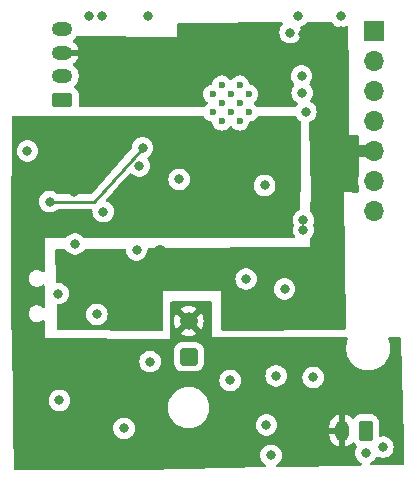
<source format=gbr>
%TF.GenerationSoftware,KiCad,Pcbnew,8.0.2-8.0.2-0~ubuntu22.04.1*%
%TF.CreationDate,2024-05-08T22:35:07+02:00*%
%TF.ProjectId,MailBox_LP_Notifier,4d61696c-426f-4785-9f4c-505f4e6f7469,rev?*%
%TF.SameCoordinates,Original*%
%TF.FileFunction,Copper,L3,Inr*%
%TF.FilePolarity,Positive*%
%FSLAX46Y46*%
G04 Gerber Fmt 4.6, Leading zero omitted, Abs format (unit mm)*
G04 Created by KiCad (PCBNEW 8.0.2-8.0.2-0~ubuntu22.04.1) date 2024-05-08 22:35:07*
%MOMM*%
%LPD*%
G01*
G04 APERTURE LIST*
G04 Aperture macros list*
%AMRoundRect*
0 Rectangle with rounded corners*
0 $1 Rounding radius*
0 $2 $3 $4 $5 $6 $7 $8 $9 X,Y pos of 4 corners*
0 Add a 4 corners polygon primitive as box body*
4,1,4,$2,$3,$4,$5,$6,$7,$8,$9,$2,$3,0*
0 Add four circle primitives for the rounded corners*
1,1,$1+$1,$2,$3*
1,1,$1+$1,$4,$5*
1,1,$1+$1,$6,$7*
1,1,$1+$1,$8,$9*
0 Add four rect primitives between the rounded corners*
20,1,$1+$1,$2,$3,$4,$5,0*
20,1,$1+$1,$4,$5,$6,$7,0*
20,1,$1+$1,$6,$7,$8,$9,0*
20,1,$1+$1,$8,$9,$2,$3,0*%
G04 Aperture macros list end*
%TA.AperFunction,ComponentPad*%
%ADD10RoundRect,0.250001X0.499999X0.499999X-0.499999X0.499999X-0.499999X-0.499999X0.499999X-0.499999X0*%
%TD*%
%TA.AperFunction,ComponentPad*%
%ADD11C,1.500000*%
%TD*%
%TA.AperFunction,ComponentPad*%
%ADD12R,1.700000X1.700000*%
%TD*%
%TA.AperFunction,ComponentPad*%
%ADD13O,1.700000X1.700000*%
%TD*%
%TA.AperFunction,ComponentPad*%
%ADD14RoundRect,0.250000X0.625000X-0.350000X0.625000X0.350000X-0.625000X0.350000X-0.625000X-0.350000X0*%
%TD*%
%TA.AperFunction,ComponentPad*%
%ADD15O,1.750000X1.200000*%
%TD*%
%TA.AperFunction,HeatsinkPad*%
%ADD16C,0.600000*%
%TD*%
%TA.AperFunction,ComponentPad*%
%ADD17RoundRect,0.250000X0.350000X0.625000X-0.350000X0.625000X-0.350000X-0.625000X0.350000X-0.625000X0*%
%TD*%
%TA.AperFunction,ComponentPad*%
%ADD18O,1.200000X1.750000*%
%TD*%
%TA.AperFunction,ViaPad*%
%ADD19C,0.800000*%
%TD*%
%TA.AperFunction,Conductor*%
%ADD20C,1.000000*%
%TD*%
%TA.AperFunction,Conductor*%
%ADD21C,0.250000*%
%TD*%
G04 APERTURE END LIST*
D10*
%TO.N,Net-(D1-A)*%
%TO.C,SW1*%
X132765800Y-91871800D03*
D11*
%TO.N,VDD*%
X132765800Y-88871800D03*
%TD*%
D12*
%TO.N,DRT*%
%TO.C,J2*%
X148437200Y-64332800D03*
D13*
%TO.N,RTS*%
X148437200Y-66872800D03*
%TO.N,TX*%
X148437200Y-69412800D03*
%TO.N,RX*%
X148437200Y-71952800D03*
%TO.N,+3.3V*%
X148437200Y-74492800D03*
%TO.N,unconnected-(J2-Pin_6-Pad6)*%
X148437200Y-77032800D03*
%TO.N,GND*%
X148437200Y-79572800D03*
%TD*%
D14*
%TO.N,SCL*%
%TO.C,J3*%
X122058600Y-70132200D03*
D15*
%TO.N,SDA*%
X122058600Y-68132200D03*
%TO.N,+3.3V*%
X122058600Y-66132200D03*
%TO.N,GND*%
X122058600Y-64132200D03*
%TD*%
D16*
%TO.N,GND*%
%TO.C,U3*%
X137841000Y-71167900D03*
X137841000Y-69642900D03*
X137078500Y-71930400D03*
X137078500Y-70405400D03*
X137078500Y-68880400D03*
X136316000Y-71167900D03*
X136316000Y-69642900D03*
X135553500Y-71930400D03*
X135553500Y-70405400D03*
X135553500Y-68880400D03*
X134791000Y-71167900D03*
X134791000Y-69642900D03*
%TD*%
D17*
%TO.N,GND*%
%TO.C,J1*%
X147761200Y-98129000D03*
D18*
%TO.N,VDD*%
X145761200Y-98129000D03*
%TD*%
D19*
%TO.N,GND*%
X142468600Y-81153000D03*
X129336800Y-63068200D03*
X129489200Y-92303600D03*
X121818400Y-95580200D03*
X123126500Y-82334100D03*
X149199600Y-99542600D03*
X142468600Y-80314800D03*
X124333000Y-63060400D03*
X124981000Y-88302800D03*
X139340102Y-97667300D03*
X139725400Y-100228400D03*
X142050000Y-63000000D03*
X143306800Y-93624400D03*
X140880600Y-86144600D03*
X145643600Y-63068200D03*
X136271000Y-93878400D03*
X119100600Y-74472800D03*
X125433000Y-63060400D03*
X147751800Y-100025200D03*
X140156600Y-93498000D03*
%TO.N,VDD*%
X141325600Y-98221800D03*
X140081000Y-78917800D03*
X133908800Y-78917800D03*
X144373600Y-99542600D03*
X119075200Y-79502000D03*
X145770600Y-99999800D03*
X123012200Y-77901800D03*
X131089400Y-72288400D03*
%TO.N,V_SENSE*%
X142671800Y-71120000D03*
%TO.N,+3.3V*%
X124942600Y-84480400D03*
X122819600Y-88991000D03*
X142461490Y-64524985D03*
X145618200Y-64312800D03*
X130288800Y-82969600D03*
%TO.N,~{INT}*%
X120993200Y-78752400D03*
X128854200Y-74193400D03*
%TO.N,MCU_HOLD*%
X128574800Y-75742800D03*
%TO.N,TX*%
X142319988Y-68119012D03*
%TO.N,RX*%
X142367000Y-69545200D03*
%TO.N,IO0*%
X125526800Y-79603600D03*
%TO.N,RST*%
X141351000Y-64439800D03*
X128346200Y-82829400D03*
%TO.N,VCC_SW*%
X121691400Y-86537800D03*
X139192000Y-77368400D03*
%TO.N,C_REED*%
X127279400Y-97942400D03*
%TO.N,WU_BUT*%
X131955079Y-76858487D03*
%TO.N,Net-(Q2-G)*%
X137617878Y-85298033D03*
%TD*%
D20*
%TO.N,+3.3V*%
X146557200Y-74492800D02*
X144600000Y-76450000D01*
X130819200Y-83500000D02*
X130288800Y-82969600D01*
X144600000Y-82550000D02*
X143650000Y-83500000D01*
X143650000Y-83500000D02*
X130819200Y-83500000D01*
X148437200Y-74492800D02*
X146557200Y-74492800D01*
X144600000Y-76450000D02*
X144600000Y-82550000D01*
D21*
%TO.N,~{INT}*%
X124777800Y-78752400D02*
X120993200Y-78752400D01*
X128854200Y-74193400D02*
X124777800Y-78752400D01*
%TD*%
%TA.AperFunction,Conductor*%
%TO.N,+3.3V*%
G36*
X144871788Y-63574868D02*
G01*
X144899417Y-63600888D01*
X144900141Y-63600237D01*
X145032344Y-63747064D01*
X145071300Y-63775367D01*
X145186848Y-63859318D01*
X145361312Y-63936994D01*
X145548113Y-63976700D01*
X145739087Y-63976700D01*
X145925888Y-63936994D01*
X145925888Y-63936993D01*
X145925892Y-63936993D01*
X146017528Y-63896193D01*
X146100352Y-63859318D01*
X146100354Y-63859316D01*
X146103816Y-63857775D01*
X146174182Y-63848340D01*
X146238480Y-63878446D01*
X146276293Y-63938535D01*
X146281063Y-63972144D01*
X146303999Y-67894074D01*
X146303999Y-67894200D01*
X146304000Y-67894200D01*
X146329400Y-73126600D01*
X147020104Y-73105220D01*
X147088809Y-73123105D01*
X147136939Y-73175297D01*
X147150000Y-73231160D01*
X147150000Y-74028237D01*
X147146144Y-74059168D01*
X147100655Y-74238799D01*
X147100656Y-74238800D01*
X147150000Y-74238800D01*
X147150000Y-74746800D01*
X147100656Y-74746800D01*
X147146145Y-74926434D01*
X147150000Y-74957365D01*
X147150000Y-76566202D01*
X147146144Y-76597133D01*
X147092637Y-76808424D01*
X147092636Y-76808430D01*
X147092636Y-76808432D01*
X147074044Y-77032800D01*
X147090388Y-77230043D01*
X147092637Y-77257175D01*
X147146144Y-77468468D01*
X147150000Y-77499399D01*
X147150000Y-77871960D01*
X147129998Y-77940081D01*
X147076342Y-77986574D01*
X147018678Y-77997848D01*
X146256619Y-77965630D01*
X145948400Y-77952600D01*
X145948399Y-77952600D01*
X146048900Y-89459922D01*
X146029494Y-89528214D01*
X145976246Y-89575174D01*
X145924122Y-89587016D01*
X135660656Y-89686180D01*
X135592346Y-89666837D01*
X135545336Y-89613633D01*
X135533443Y-89561140D01*
X135533097Y-89515486D01*
X135509000Y-86334600D01*
X130606800Y-86334600D01*
X130606800Y-89560684D01*
X130586798Y-89628805D01*
X130533142Y-89675298D01*
X130480086Y-89686682D01*
X121761778Y-89637286D01*
X121693772Y-89616898D01*
X121647584Y-89562980D01*
X121636563Y-89515490D01*
X121596139Y-88302800D01*
X124067496Y-88302800D01*
X124087457Y-88492727D01*
X124113479Y-88572811D01*
X124146473Y-88674356D01*
X124146476Y-88674361D01*
X124241958Y-88839741D01*
X124241965Y-88839751D01*
X124369744Y-88981664D01*
X124369747Y-88981666D01*
X124524248Y-89093918D01*
X124698712Y-89171594D01*
X124885513Y-89211300D01*
X125076487Y-89211300D01*
X125263288Y-89171594D01*
X125437752Y-89093918D01*
X125592253Y-88981666D01*
X125628419Y-88941500D01*
X125720034Y-88839751D01*
X125720035Y-88839749D01*
X125720040Y-88839744D01*
X125815527Y-88674356D01*
X125874542Y-88492728D01*
X125894504Y-88302800D01*
X125874542Y-88112872D01*
X125815527Y-87931244D01*
X125720040Y-87765856D01*
X125720038Y-87765854D01*
X125720034Y-87765848D01*
X125592255Y-87623935D01*
X125437752Y-87511682D01*
X125263288Y-87434006D01*
X125076487Y-87394300D01*
X124885513Y-87394300D01*
X124698711Y-87434006D01*
X124524247Y-87511682D01*
X124369744Y-87623935D01*
X124241965Y-87765848D01*
X124241958Y-87765858D01*
X124146476Y-87931238D01*
X124146473Y-87931245D01*
X124087457Y-88112872D01*
X124067496Y-88302800D01*
X121596139Y-88302800D01*
X121571929Y-87576494D01*
X121589650Y-87507748D01*
X121641727Y-87459494D01*
X121697859Y-87446300D01*
X121786887Y-87446300D01*
X121973688Y-87406594D01*
X122148152Y-87328918D01*
X122302653Y-87216666D01*
X122430440Y-87074744D01*
X122525927Y-86909356D01*
X122584942Y-86727728D01*
X122604904Y-86537800D01*
X122584942Y-86347872D01*
X122525927Y-86166244D01*
X122430440Y-86000856D01*
X122430438Y-86000854D01*
X122430434Y-86000848D01*
X122302655Y-85858935D01*
X122148152Y-85746682D01*
X121973688Y-85669006D01*
X121786887Y-85629300D01*
X121628893Y-85629300D01*
X121560772Y-85609298D01*
X121514279Y-85555642D01*
X121502963Y-85507498D01*
X121495981Y-85298033D01*
X136704374Y-85298033D01*
X136724335Y-85487960D01*
X136746327Y-85555642D01*
X136783351Y-85669589D01*
X136783354Y-85669594D01*
X136878836Y-85834974D01*
X136878843Y-85834984D01*
X137006622Y-85976897D01*
X137067877Y-86021401D01*
X137161126Y-86089151D01*
X137335590Y-86166827D01*
X137522391Y-86206533D01*
X137713365Y-86206533D01*
X137900166Y-86166827D01*
X137950089Y-86144600D01*
X139967096Y-86144600D01*
X139987057Y-86334527D01*
X140017126Y-86427070D01*
X140046073Y-86516156D01*
X140046076Y-86516161D01*
X140141558Y-86681541D01*
X140141565Y-86681551D01*
X140269344Y-86823464D01*
X140269347Y-86823466D01*
X140423848Y-86935718D01*
X140598312Y-87013394D01*
X140785113Y-87053100D01*
X140976087Y-87053100D01*
X141162888Y-87013394D01*
X141337352Y-86935718D01*
X141491853Y-86823466D01*
X141619640Y-86681544D01*
X141715127Y-86516156D01*
X141774142Y-86334528D01*
X141794104Y-86144600D01*
X141774142Y-85954672D01*
X141715127Y-85773044D01*
X141619640Y-85607656D01*
X141619638Y-85607654D01*
X141619634Y-85607648D01*
X141491855Y-85465735D01*
X141337352Y-85353482D01*
X141162888Y-85275806D01*
X140976087Y-85236100D01*
X140785113Y-85236100D01*
X140598311Y-85275806D01*
X140423847Y-85353482D01*
X140269344Y-85465735D01*
X140141565Y-85607648D01*
X140141558Y-85607658D01*
X140046076Y-85773038D01*
X140046073Y-85773045D01*
X139987057Y-85954672D01*
X139967096Y-86144600D01*
X137950089Y-86144600D01*
X138074630Y-86089151D01*
X138229131Y-85976899D01*
X138249144Y-85954672D01*
X138356912Y-85834984D01*
X138356913Y-85834982D01*
X138356918Y-85834977D01*
X138452405Y-85669589D01*
X138511420Y-85487961D01*
X138531382Y-85298033D01*
X138511420Y-85108105D01*
X138452405Y-84926477D01*
X138356918Y-84761089D01*
X138356916Y-84761087D01*
X138356912Y-84761081D01*
X138229133Y-84619168D01*
X138074630Y-84506915D01*
X137900166Y-84429239D01*
X137713365Y-84389533D01*
X137522391Y-84389533D01*
X137335589Y-84429239D01*
X137161125Y-84506915D01*
X137006622Y-84619168D01*
X136878843Y-84761081D01*
X136878836Y-84761091D01*
X136783354Y-84926471D01*
X136783351Y-84926478D01*
X136724335Y-85108105D01*
X136704374Y-85298033D01*
X121495981Y-85298033D01*
X121495240Y-85275806D01*
X121416280Y-82907011D01*
X121434001Y-82838263D01*
X121486078Y-82790009D01*
X121540467Y-82776828D01*
X122252900Y-82767001D01*
X122321289Y-82786062D01*
X122363755Y-82829987D01*
X122387458Y-82871041D01*
X122387465Y-82871051D01*
X122515244Y-83012964D01*
X122576499Y-83057468D01*
X122669748Y-83125218D01*
X122844212Y-83202894D01*
X123031013Y-83242600D01*
X123221987Y-83242600D01*
X123408788Y-83202894D01*
X123583252Y-83125218D01*
X123737753Y-83012966D01*
X123737755Y-83012964D01*
X123865536Y-82871049D01*
X123865537Y-82871047D01*
X123865540Y-82871044D01*
X123903242Y-82805741D01*
X123954621Y-82756752D01*
X124010616Y-82742757D01*
X125094361Y-82727808D01*
X125095622Y-82727799D01*
X127308081Y-82724790D01*
X127376227Y-82744700D01*
X127422792Y-82798292D01*
X127433560Y-82837620D01*
X127452657Y-83019327D01*
X127482726Y-83111870D01*
X127511673Y-83200956D01*
X127511676Y-83200961D01*
X127607158Y-83366341D01*
X127607165Y-83366351D01*
X127734944Y-83508264D01*
X127734947Y-83508266D01*
X127889448Y-83620518D01*
X128063912Y-83698194D01*
X128250713Y-83737900D01*
X128441687Y-83737900D01*
X128628488Y-83698194D01*
X128802952Y-83620518D01*
X128957453Y-83508266D01*
X129085240Y-83366344D01*
X129180727Y-83200956D01*
X129239742Y-83019328D01*
X129259704Y-82829400D01*
X129259703Y-82829396D01*
X129260209Y-82824589D01*
X129287222Y-82758932D01*
X129345443Y-82718302D01*
X129384450Y-82711764D01*
X143003895Y-82596929D01*
X143018440Y-81937922D01*
X143039939Y-81870264D01*
X143070345Y-81838773D01*
X143079853Y-81831866D01*
X143079858Y-81831860D01*
X143079860Y-81831859D01*
X143207634Y-81689951D01*
X143207635Y-81689949D01*
X143207640Y-81689944D01*
X143303127Y-81524556D01*
X143362142Y-81342928D01*
X143382104Y-81153000D01*
X143362142Y-80963072D01*
X143303127Y-80781444D01*
X143303125Y-80781442D01*
X143301086Y-80775164D01*
X143303338Y-80774432D01*
X143295342Y-80714780D01*
X143301777Y-80692860D01*
X143301086Y-80692636D01*
X143339080Y-80575706D01*
X143362142Y-80504728D01*
X143382104Y-80314800D01*
X143362142Y-80124872D01*
X143303127Y-79943244D01*
X143207640Y-79777856D01*
X143102937Y-79661571D01*
X143072220Y-79597563D01*
X143070605Y-79574481D01*
X143103600Y-78079600D01*
X142958084Y-72071903D01*
X142976431Y-72003322D01*
X143028945Y-71955543D01*
X143032760Y-71953766D01*
X143128552Y-71911118D01*
X143283053Y-71798866D01*
X143346472Y-71728432D01*
X143410834Y-71656951D01*
X143410835Y-71656949D01*
X143410840Y-71656944D01*
X143506327Y-71491556D01*
X143565342Y-71309928D01*
X143585304Y-71120000D01*
X143565342Y-70930072D01*
X143506327Y-70748444D01*
X143410840Y-70583056D01*
X143410837Y-70583053D01*
X143410834Y-70583048D01*
X143283055Y-70441135D01*
X143212014Y-70389521D01*
X143128552Y-70328882D01*
X143128550Y-70328881D01*
X143128549Y-70328880D01*
X143112323Y-70321656D01*
X143058228Y-70275676D01*
X143037579Y-70207749D01*
X143056932Y-70139441D01*
X143069931Y-70122246D01*
X143106040Y-70082144D01*
X143201527Y-69916756D01*
X143260542Y-69735128D01*
X143280504Y-69545200D01*
X143260542Y-69355272D01*
X143201527Y-69173644D01*
X143106040Y-69008256D01*
X143106038Y-69008254D01*
X143106034Y-69008248D01*
X142999841Y-68890309D01*
X142969123Y-68826302D01*
X142977888Y-68755848D01*
X142999837Y-68721693D01*
X143059028Y-68655956D01*
X143154515Y-68490568D01*
X143213530Y-68308940D01*
X143233492Y-68119012D01*
X143213530Y-67929084D01*
X143154515Y-67747456D01*
X143059028Y-67582068D01*
X143059026Y-67582066D01*
X143059022Y-67582060D01*
X142931243Y-67440147D01*
X142776740Y-67327894D01*
X142602276Y-67250218D01*
X142415475Y-67210512D01*
X142224501Y-67210512D01*
X142037699Y-67250218D01*
X141863235Y-67327894D01*
X141708732Y-67440147D01*
X141580953Y-67582060D01*
X141580946Y-67582070D01*
X141485464Y-67747450D01*
X141485461Y-67747457D01*
X141426445Y-67929084D01*
X141406484Y-68119012D01*
X141426445Y-68308939D01*
X141453361Y-68391774D01*
X141485461Y-68490568D01*
X141485464Y-68490573D01*
X141580946Y-68655953D01*
X141580953Y-68655963D01*
X141687146Y-68773902D01*
X141717864Y-68837909D01*
X141709099Y-68908363D01*
X141687147Y-68942522D01*
X141627961Y-69008254D01*
X141627958Y-69008258D01*
X141532476Y-69173638D01*
X141532473Y-69173645D01*
X141473457Y-69355272D01*
X141453496Y-69545200D01*
X141473457Y-69735127D01*
X141502317Y-69823947D01*
X141532473Y-69916756D01*
X141532476Y-69916761D01*
X141627958Y-70082141D01*
X141627965Y-70082151D01*
X141755744Y-70224064D01*
X141755747Y-70224066D01*
X141910248Y-70336318D01*
X141910251Y-70336319D01*
X141910252Y-70336320D01*
X141926473Y-70343542D01*
X141980570Y-70389521D01*
X142001220Y-70457448D01*
X141981869Y-70525756D01*
X141968863Y-70542959D01*
X141932762Y-70583053D01*
X141932758Y-70583058D01*
X141884585Y-70666494D01*
X141833201Y-70715486D01*
X141773741Y-70729480D01*
X140614405Y-70713600D01*
X140614401Y-70713600D01*
X140614400Y-70713600D01*
X140568979Y-70713774D01*
X138585413Y-70721383D01*
X138517216Y-70701642D01*
X138481761Y-70665960D01*
X138481523Y-70666151D01*
X138479785Y-70663972D01*
X138478243Y-70662420D01*
X138477111Y-70660618D01*
X138348281Y-70531788D01*
X138348279Y-70531787D01*
X138316927Y-70512087D01*
X138269889Y-70458909D01*
X138259069Y-70388741D01*
X138287902Y-70323863D01*
X138316927Y-70298713D01*
X138348279Y-70279012D01*
X138348281Y-70279011D01*
X138477111Y-70150181D01*
X138477112Y-70150179D01*
X138519862Y-70082144D01*
X138574043Y-69995915D01*
X138634217Y-69823947D01*
X138654616Y-69642900D01*
X138634217Y-69461853D01*
X138574043Y-69289885D01*
X138574041Y-69289882D01*
X138574041Y-69289881D01*
X138477112Y-69135620D01*
X138477111Y-69135618D01*
X138348281Y-69006788D01*
X138348279Y-69006787D01*
X138194018Y-68909858D01*
X138194015Y-68909857D01*
X138022049Y-68849683D01*
X138022043Y-68849682D01*
X137986786Y-68845709D01*
X137921334Y-68818204D01*
X137881142Y-68759679D01*
X137875689Y-68734608D01*
X137871718Y-68699360D01*
X137871717Y-68699357D01*
X137871717Y-68699353D01*
X137811543Y-68527385D01*
X137811541Y-68527382D01*
X137811541Y-68527381D01*
X137714612Y-68373120D01*
X137714611Y-68373118D01*
X137585781Y-68244288D01*
X137585779Y-68244287D01*
X137431518Y-68147358D01*
X137431515Y-68147357D01*
X137259550Y-68087184D01*
X137259549Y-68087183D01*
X137259547Y-68087183D01*
X137078500Y-68066784D01*
X136897453Y-68087183D01*
X136897450Y-68087183D01*
X136897449Y-68087184D01*
X136725484Y-68147357D01*
X136725481Y-68147358D01*
X136571220Y-68244287D01*
X136571218Y-68244288D01*
X136442389Y-68373117D01*
X136422687Y-68404473D01*
X136369507Y-68451510D01*
X136299340Y-68462330D01*
X136234462Y-68433496D01*
X136209313Y-68404473D01*
X136189610Y-68373117D01*
X136060781Y-68244288D01*
X136060779Y-68244287D01*
X135906518Y-68147358D01*
X135906515Y-68147357D01*
X135734550Y-68087184D01*
X135734549Y-68087183D01*
X135734547Y-68087183D01*
X135553500Y-68066784D01*
X135372453Y-68087183D01*
X135372450Y-68087183D01*
X135372449Y-68087184D01*
X135200484Y-68147357D01*
X135200481Y-68147358D01*
X135046220Y-68244287D01*
X135046218Y-68244288D01*
X134917388Y-68373118D01*
X134917387Y-68373120D01*
X134820458Y-68527381D01*
X134820457Y-68527384D01*
X134760283Y-68699350D01*
X134760282Y-68699357D01*
X134756309Y-68734613D01*
X134728804Y-68800065D01*
X134670279Y-68840257D01*
X134645213Y-68845709D01*
X134609957Y-68849682D01*
X134609950Y-68849683D01*
X134437984Y-68909857D01*
X134437981Y-68909858D01*
X134283720Y-69006787D01*
X134283718Y-69006788D01*
X134154888Y-69135618D01*
X134154887Y-69135620D01*
X134057958Y-69289881D01*
X134057957Y-69289884D01*
X133998620Y-69459462D01*
X133997783Y-69461853D01*
X133977384Y-69642900D01*
X133997783Y-69823947D01*
X133997783Y-69823949D01*
X133997784Y-69823950D01*
X134057957Y-69995915D01*
X134057958Y-69995918D01*
X134154887Y-70150179D01*
X134154888Y-70150181D01*
X134283717Y-70279010D01*
X134315073Y-70298713D01*
X134362110Y-70351893D01*
X134372930Y-70422060D01*
X134344096Y-70486938D01*
X134315073Y-70512087D01*
X134283717Y-70531789D01*
X134154892Y-70660614D01*
X134154887Y-70660620D01*
X134142788Y-70679875D01*
X134089607Y-70726910D01*
X134036587Y-70738833D01*
X123556948Y-70779036D01*
X123488751Y-70759295D01*
X123442053Y-70705819D01*
X123431118Y-70640229D01*
X123431485Y-70636629D01*
X123431487Y-70636626D01*
X123442100Y-70532745D01*
X123442099Y-69731656D01*
X123431487Y-69627774D01*
X123375715Y-69459462D01*
X123282630Y-69308548D01*
X123282629Y-69308547D01*
X123282624Y-69308541D01*
X123157258Y-69183175D01*
X123157252Y-69183170D01*
X123103018Y-69149718D01*
X123055542Y-69096934D01*
X123044139Y-69026860D01*
X123072431Y-68961744D01*
X123080061Y-68953394D01*
X123179117Y-68854339D01*
X123281674Y-68713181D01*
X123360888Y-68557716D01*
X123414805Y-68391774D01*
X123442100Y-68219441D01*
X123442100Y-68044959D01*
X123414805Y-67872626D01*
X123360888Y-67706684D01*
X123281674Y-67551219D01*
X123179117Y-67410061D01*
X123179114Y-67410058D01*
X123179112Y-67410055D01*
X123055741Y-67286684D01*
X122982988Y-67233826D01*
X122939634Y-67177603D01*
X122933559Y-67106867D01*
X122966691Y-67044075D01*
X122982989Y-67029953D01*
X123055418Y-66977330D01*
X123178730Y-66854018D01*
X123178732Y-66854015D01*
X123281243Y-66712921D01*
X123360422Y-66557525D01*
X123360425Y-66557519D01*
X123414314Y-66391665D01*
X123415180Y-66386200D01*
X122334930Y-66386200D01*
X122358675Y-66362455D01*
X122408044Y-66276945D01*
X122433600Y-66181570D01*
X122433600Y-66082830D01*
X122408044Y-65987455D01*
X122358675Y-65901945D01*
X122334930Y-65878200D01*
X123415180Y-65878200D01*
X123414314Y-65872734D01*
X123360425Y-65706880D01*
X123360422Y-65706874D01*
X123281243Y-65551478D01*
X123178732Y-65410384D01*
X123178730Y-65410381D01*
X123055415Y-65287066D01*
X122982988Y-65234445D01*
X122939634Y-65178222D01*
X122933559Y-65107486D01*
X122966691Y-65044695D01*
X122982984Y-65030576D01*
X123055739Y-64977717D01*
X123179117Y-64854339D01*
X123240858Y-64769359D01*
X123297078Y-64726007D01*
X123343853Y-64717426D01*
X131716866Y-64788194D01*
X131793091Y-64788839D01*
X131793091Y-64788838D01*
X131793092Y-64788839D01*
X131799811Y-63726317D01*
X131820243Y-63658325D01*
X131874191Y-63612173D01*
X131925317Y-63601116D01*
X135517628Y-63587192D01*
X138353662Y-63576201D01*
X139136326Y-63571453D01*
X139136326Y-63571465D01*
X139136698Y-63571451D01*
X140630883Y-63567131D01*
X140699061Y-63586936D01*
X140745709Y-63640457D01*
X140756016Y-63710701D01*
X140726710Y-63775367D01*
X140724884Y-63777440D01*
X140611961Y-63902854D01*
X140611958Y-63902858D01*
X140516476Y-64068238D01*
X140516473Y-64068245D01*
X140457457Y-64249872D01*
X140437496Y-64439800D01*
X140457457Y-64629727D01*
X140478637Y-64694910D01*
X140516473Y-64811356D01*
X140516476Y-64811361D01*
X140611958Y-64976741D01*
X140611965Y-64976751D01*
X140739744Y-65118664D01*
X140739747Y-65118666D01*
X140894248Y-65230918D01*
X141068712Y-65308594D01*
X141255513Y-65348300D01*
X141446487Y-65348300D01*
X141633288Y-65308594D01*
X141807752Y-65230918D01*
X141962253Y-65118666D01*
X141990950Y-65086795D01*
X142090034Y-64976751D01*
X142090035Y-64976749D01*
X142090040Y-64976744D01*
X142185527Y-64811356D01*
X142244542Y-64629728D01*
X142264504Y-64439800D01*
X142244542Y-64249872D01*
X142185527Y-64068244D01*
X142185520Y-64068233D01*
X142182840Y-64062210D01*
X142184043Y-64061674D01*
X142168976Y-63999581D01*
X142192194Y-63932488D01*
X142247999Y-63888598D01*
X142268634Y-63882323D01*
X142332288Y-63868794D01*
X142506752Y-63791118D01*
X142661253Y-63678866D01*
X142730032Y-63602478D01*
X142790476Y-63565240D01*
X142823298Y-63560791D01*
X144803613Y-63555065D01*
X144871788Y-63574868D01*
G37*
%TD.AperFunction*%
%TD*%
%TA.AperFunction,Conductor*%
%TO.N,VDD*%
G36*
X133976625Y-71501979D02*
G01*
X134044711Y-71522090D01*
X134083107Y-71560943D01*
X134154887Y-71675179D01*
X134154888Y-71675181D01*
X134283718Y-71804011D01*
X134283720Y-71804012D01*
X134437981Y-71900941D01*
X134437982Y-71900941D01*
X134437985Y-71900943D01*
X134609953Y-71961117D01*
X134609958Y-71961117D01*
X134609960Y-71961118D01*
X134645208Y-71965089D01*
X134710661Y-71992592D01*
X134750855Y-72051115D01*
X134756309Y-72076186D01*
X134760282Y-72111443D01*
X134760283Y-72111449D01*
X134820457Y-72283415D01*
X134820458Y-72283418D01*
X134917387Y-72437679D01*
X134917388Y-72437681D01*
X135046218Y-72566511D01*
X135046220Y-72566512D01*
X135200481Y-72663441D01*
X135200482Y-72663441D01*
X135200485Y-72663443D01*
X135372453Y-72723617D01*
X135553500Y-72744016D01*
X135734547Y-72723617D01*
X135906515Y-72663443D01*
X136060781Y-72566511D01*
X136189611Y-72437681D01*
X136193888Y-72430872D01*
X136209313Y-72406327D01*
X136262491Y-72359289D01*
X136332659Y-72348469D01*
X136397537Y-72377302D01*
X136422687Y-72406327D01*
X136442387Y-72437679D01*
X136442388Y-72437681D01*
X136571218Y-72566511D01*
X136571220Y-72566512D01*
X136725481Y-72663441D01*
X136725482Y-72663441D01*
X136725485Y-72663443D01*
X136897453Y-72723617D01*
X137078500Y-72744016D01*
X137259547Y-72723617D01*
X137431515Y-72663443D01*
X137585781Y-72566511D01*
X137714611Y-72437681D01*
X137811543Y-72283415D01*
X137871717Y-72111447D01*
X137875689Y-72076191D01*
X137903191Y-72010738D01*
X137961714Y-71970544D01*
X137986792Y-71965089D01*
X138022039Y-71961118D01*
X138022039Y-71961117D01*
X138022047Y-71961117D01*
X138194015Y-71900943D01*
X138348281Y-71804011D01*
X138477111Y-71675181D01*
X138544182Y-71568439D01*
X138597360Y-71521401D01*
X138651066Y-71509475D01*
X141777973Y-71514490D01*
X141846058Y-71534600D01*
X141886885Y-71577487D01*
X141932760Y-71656944D01*
X141932762Y-71656947D01*
X141932765Y-71656951D01*
X142060544Y-71798864D01*
X142060547Y-71798866D01*
X142215048Y-71911118D01*
X142215428Y-71911287D01*
X142215612Y-71911444D01*
X142220769Y-71914421D01*
X142220224Y-71915363D01*
X142269525Y-71957263D01*
X142290179Y-72025189D01*
X142290181Y-72027354D01*
X142245833Y-77859190D01*
X142225314Y-77927157D01*
X142214328Y-77936530D01*
X142223546Y-79346777D01*
X142203990Y-79415028D01*
X142150639Y-79461870D01*
X142148798Y-79462708D01*
X142011847Y-79523682D01*
X141857344Y-79635935D01*
X141729565Y-79777848D01*
X141729558Y-79777858D01*
X141634076Y-79943238D01*
X141634073Y-79943244D01*
X141619599Y-79987786D01*
X141575057Y-80124872D01*
X141555096Y-80314800D01*
X141575057Y-80504728D01*
X141636113Y-80692636D01*
X141633863Y-80693366D01*
X141641854Y-80753040D01*
X141635423Y-80774939D01*
X141636113Y-80775164D01*
X141575057Y-80963071D01*
X141555096Y-81153000D01*
X141575057Y-81342927D01*
X141601920Y-81425600D01*
X141634073Y-81524556D01*
X141634076Y-81524561D01*
X141720195Y-81673724D01*
X141736933Y-81742719D01*
X141713713Y-81809811D01*
X141657905Y-81853698D01*
X141610781Y-81862724D01*
X123943082Y-81821299D01*
X123875008Y-81801137D01*
X123849742Y-81779611D01*
X123737753Y-81655234D01*
X123583252Y-81542982D01*
X123408788Y-81465306D01*
X123221987Y-81425600D01*
X123031013Y-81425600D01*
X122844211Y-81465306D01*
X122669747Y-81542982D01*
X122515246Y-81655234D01*
X122406700Y-81775787D01*
X122346254Y-81813026D01*
X122312769Y-81817476D01*
X120573800Y-81813400D01*
X120573800Y-84613953D01*
X120553798Y-84682074D01*
X120500142Y-84728567D01*
X120429868Y-84738671D01*
X120365288Y-84709177D01*
X120358705Y-84703048D01*
X120352547Y-84696890D01*
X120352541Y-84696885D01*
X120312795Y-84670328D01*
X120237811Y-84620225D01*
X120157421Y-84586926D01*
X120110331Y-84567421D01*
X120110328Y-84567420D01*
X119974995Y-84540500D01*
X119974993Y-84540500D01*
X119837007Y-84540500D01*
X119837004Y-84540500D01*
X119701671Y-84567420D01*
X119701668Y-84567421D01*
X119574189Y-84620225D01*
X119459458Y-84696885D01*
X119459452Y-84696890D01*
X119361890Y-84794452D01*
X119361885Y-84794458D01*
X119285225Y-84909189D01*
X119232421Y-85036668D01*
X119232420Y-85036671D01*
X119205500Y-85172004D01*
X119205500Y-85309995D01*
X119221196Y-85388900D01*
X119232420Y-85445328D01*
X119285225Y-85572811D01*
X119308508Y-85607656D01*
X119361885Y-85687541D01*
X119361890Y-85687547D01*
X119459452Y-85785109D01*
X119459458Y-85785114D01*
X119574189Y-85861775D01*
X119701672Y-85914580D01*
X119837007Y-85941500D01*
X119837008Y-85941500D01*
X119974992Y-85941500D01*
X119974993Y-85941500D01*
X120110328Y-85914580D01*
X120237811Y-85861775D01*
X120352542Y-85785114D01*
X120352547Y-85785109D01*
X120358705Y-85778952D01*
X120421017Y-85744926D01*
X120491832Y-85749991D01*
X120548668Y-85792538D01*
X120573479Y-85859058D01*
X120573800Y-85868047D01*
X120573800Y-87613953D01*
X120553798Y-87682074D01*
X120500142Y-87728567D01*
X120429868Y-87738671D01*
X120365288Y-87709177D01*
X120358705Y-87703048D01*
X120352547Y-87696890D01*
X120352541Y-87696885D01*
X120249716Y-87628180D01*
X120237811Y-87620225D01*
X120157421Y-87586926D01*
X120110331Y-87567421D01*
X120110328Y-87567420D01*
X119974995Y-87540500D01*
X119974993Y-87540500D01*
X119837007Y-87540500D01*
X119837004Y-87540500D01*
X119701671Y-87567420D01*
X119701668Y-87567421D01*
X119574189Y-87620225D01*
X119459458Y-87696885D01*
X119459452Y-87696890D01*
X119361890Y-87794452D01*
X119361885Y-87794458D01*
X119285225Y-87909189D01*
X119232421Y-88036668D01*
X119232420Y-88036671D01*
X119205500Y-88172004D01*
X119205500Y-88309995D01*
X119232420Y-88445328D01*
X119285225Y-88572811D01*
X119336447Y-88649471D01*
X119361885Y-88687541D01*
X119361890Y-88687547D01*
X119459452Y-88785109D01*
X119459458Y-88785114D01*
X119574189Y-88861775D01*
X119701672Y-88914580D01*
X119837007Y-88941500D01*
X119837008Y-88941500D01*
X119974992Y-88941500D01*
X119974993Y-88941500D01*
X120110328Y-88914580D01*
X120237811Y-88861775D01*
X120352542Y-88785114D01*
X120352547Y-88785109D01*
X120358705Y-88778952D01*
X120421017Y-88744926D01*
X120491832Y-88749991D01*
X120548668Y-88792538D01*
X120573479Y-88859058D01*
X120573800Y-88868047D01*
X120573800Y-90297000D01*
X131115759Y-90397639D01*
X131216399Y-90398600D01*
X131216398Y-90398599D01*
X131216400Y-90398600D01*
X131204282Y-88871800D01*
X131502995Y-88871800D01*
X131522180Y-89091087D01*
X131579150Y-89303703D01*
X131579152Y-89303707D01*
X131672179Y-89503203D01*
X131714600Y-89563787D01*
X132273476Y-89004912D01*
X132290555Y-89068653D01*
X132357698Y-89184947D01*
X132452653Y-89279902D01*
X132568947Y-89347045D01*
X132632686Y-89364123D01*
X132073811Y-89922997D01*
X132073811Y-89922998D01*
X132134397Y-89965421D01*
X132333892Y-90058447D01*
X132333896Y-90058449D01*
X132546512Y-90115419D01*
X132765800Y-90134604D01*
X132985087Y-90115419D01*
X133197703Y-90058449D01*
X133197707Y-90058447D01*
X133397199Y-89965422D01*
X133457787Y-89922997D01*
X133457787Y-89922996D01*
X132898914Y-89364123D01*
X132962653Y-89347045D01*
X133078947Y-89279902D01*
X133173902Y-89184947D01*
X133241045Y-89068653D01*
X133258123Y-89004914D01*
X133816996Y-89563787D01*
X133816997Y-89563787D01*
X133859422Y-89503199D01*
X133952447Y-89303707D01*
X133952449Y-89303703D01*
X134009419Y-89091087D01*
X134028604Y-88871800D01*
X134009419Y-88652512D01*
X133952449Y-88439896D01*
X133952447Y-88439892D01*
X133859419Y-88240394D01*
X133816999Y-88179811D01*
X133816997Y-88179811D01*
X133258123Y-88738685D01*
X133241045Y-88674947D01*
X133173902Y-88558653D01*
X133078947Y-88463698D01*
X132962653Y-88396555D01*
X132898913Y-88379476D01*
X133457787Y-87820600D01*
X133397203Y-87778179D01*
X133197707Y-87685152D01*
X133197703Y-87685150D01*
X132985087Y-87628180D01*
X132765800Y-87608995D01*
X132546512Y-87628180D01*
X132333896Y-87685150D01*
X132333892Y-87685152D01*
X132134398Y-87778178D01*
X132073810Y-87820601D01*
X132632685Y-88379476D01*
X132568947Y-88396555D01*
X132452653Y-88463698D01*
X132357698Y-88558653D01*
X132290555Y-88674947D01*
X132273476Y-88738685D01*
X131714601Y-88179810D01*
X131672178Y-88240398D01*
X131579152Y-88439892D01*
X131579150Y-88439896D01*
X131522180Y-88652512D01*
X131502995Y-88871800D01*
X131204282Y-88871800D01*
X131191993Y-87323395D01*
X131211454Y-87255121D01*
X131264739Y-87208203D01*
X131316186Y-87196411D01*
X134619202Y-87149225D01*
X134687600Y-87168252D01*
X134734854Y-87221238D01*
X134747000Y-87275212D01*
X134747000Y-90220800D01*
X146155959Y-90238909D01*
X146224047Y-90259019D01*
X146270455Y-90312749D01*
X146280447Y-90383039D01*
X146272167Y-90413126D01*
X146198948Y-90589894D01*
X146198944Y-90589904D01*
X146136160Y-90824217D01*
X146104500Y-91064709D01*
X146104500Y-91307290D01*
X146136160Y-91547782D01*
X146198944Y-91782095D01*
X146198945Y-91782097D01*
X146198946Y-91782100D01*
X146291776Y-92006212D01*
X146291777Y-92006213D01*
X146291782Y-92006224D01*
X146413061Y-92216285D01*
X146413063Y-92216288D01*
X146413064Y-92216289D01*
X146560735Y-92408738D01*
X146560739Y-92408742D01*
X146560744Y-92408748D01*
X146732251Y-92580255D01*
X146732256Y-92580259D01*
X146732262Y-92580265D01*
X146924711Y-92727936D01*
X146924714Y-92727938D01*
X147134775Y-92849217D01*
X147134779Y-92849218D01*
X147134788Y-92849224D01*
X147358900Y-92942054D01*
X147593211Y-93004838D01*
X147593215Y-93004838D01*
X147593217Y-93004839D01*
X147629428Y-93009606D01*
X147833712Y-93036500D01*
X147833719Y-93036500D01*
X148076281Y-93036500D01*
X148076288Y-93036500D01*
X148293637Y-93007885D01*
X148316782Y-93004839D01*
X148316782Y-93004838D01*
X148316789Y-93004838D01*
X148551100Y-92942054D01*
X148775212Y-92849224D01*
X148985289Y-92727936D01*
X149177738Y-92580265D01*
X149349265Y-92408738D01*
X149496936Y-92216289D01*
X149618224Y-92006212D01*
X149711054Y-91782100D01*
X149773838Y-91547789D01*
X149805500Y-91307288D01*
X149805500Y-91064712D01*
X149773838Y-90824211D01*
X149711054Y-90589900D01*
X149640198Y-90418839D01*
X149632610Y-90348252D01*
X149664389Y-90284765D01*
X149725447Y-90248538D01*
X149756799Y-90244625D01*
X150626422Y-90246005D01*
X150694510Y-90266115D01*
X150740918Y-90319845D01*
X150752179Y-90368737D01*
X150976196Y-99003639D01*
X150976238Y-99006837D01*
X150977279Y-100893375D01*
X150957315Y-100961507D01*
X150903685Y-101008030D01*
X150853891Y-101019418D01*
X148225283Y-101073928D01*
X148156763Y-101055342D01*
X148109167Y-101002662D01*
X148097609Y-100932613D01*
X148125756Y-100867435D01*
X148171419Y-100832850D01*
X148208552Y-100816318D01*
X148363053Y-100704066D01*
X148363055Y-100704064D01*
X148490834Y-100562151D01*
X148490835Y-100562149D01*
X148490840Y-100562144D01*
X148586327Y-100396756D01*
X148586328Y-100396754D01*
X148589629Y-100391037D01*
X148591855Y-100392322D01*
X148630364Y-100347006D01*
X148698289Y-100326349D01*
X148750748Y-100337235D01*
X148917312Y-100411394D01*
X149104113Y-100451100D01*
X149295087Y-100451100D01*
X149481888Y-100411394D01*
X149656352Y-100333718D01*
X149810853Y-100221466D01*
X149938640Y-100079544D01*
X150034127Y-99914156D01*
X150093142Y-99732528D01*
X150113104Y-99542600D01*
X150093142Y-99352672D01*
X150034127Y-99171044D01*
X149938640Y-99005656D01*
X149938638Y-99005654D01*
X149938634Y-99005648D01*
X149810855Y-98863735D01*
X149656352Y-98751482D01*
X149481888Y-98673806D01*
X149295087Y-98634100D01*
X149104113Y-98634100D01*
X149104111Y-98634100D01*
X149021895Y-98651575D01*
X148951104Y-98646172D01*
X148894472Y-98603355D01*
X148869979Y-98536718D01*
X148869699Y-98528328D01*
X148869699Y-97453455D01*
X148859087Y-97349574D01*
X148830577Y-97263535D01*
X148803315Y-97181262D01*
X148710230Y-97030348D01*
X148710229Y-97030347D01*
X148710224Y-97030341D01*
X148584858Y-96904975D01*
X148584852Y-96904970D01*
X148538179Y-96876182D01*
X148433938Y-96811885D01*
X148317437Y-96773281D01*
X148265627Y-96756113D01*
X148265620Y-96756112D01*
X148161753Y-96745500D01*
X147360655Y-96745500D01*
X147256774Y-96756112D01*
X147088461Y-96811885D01*
X146937547Y-96904970D01*
X146937541Y-96904975D01*
X146812175Y-97030341D01*
X146812170Y-97030347D01*
X146778450Y-97085017D01*
X146725664Y-97132495D01*
X146655589Y-97143898D01*
X146590473Y-97115605D01*
X146582114Y-97107965D01*
X146483018Y-97008869D01*
X146483015Y-97008867D01*
X146341921Y-96906356D01*
X146186525Y-96827177D01*
X146186519Y-96827174D01*
X146020661Y-96773284D01*
X146020649Y-96773281D01*
X146015200Y-96772417D01*
X146015200Y-97852670D01*
X145991455Y-97828925D01*
X145905945Y-97779556D01*
X145810570Y-97754000D01*
X145711830Y-97754000D01*
X145616455Y-97779556D01*
X145530945Y-97828925D01*
X145507200Y-97852670D01*
X145507200Y-96772417D01*
X145501750Y-96773281D01*
X145501738Y-96773284D01*
X145335880Y-96827174D01*
X145335874Y-96827177D01*
X145180478Y-96906356D01*
X145039384Y-97008867D01*
X145039381Y-97008869D01*
X144916069Y-97132181D01*
X144916067Y-97132184D01*
X144813556Y-97273278D01*
X144734377Y-97428674D01*
X144734374Y-97428680D01*
X144680484Y-97594537D01*
X144653200Y-97766802D01*
X144653200Y-97875000D01*
X145484870Y-97875000D01*
X145461125Y-97898745D01*
X145411756Y-97984255D01*
X145386200Y-98079630D01*
X145386200Y-98178370D01*
X145411756Y-98273745D01*
X145461125Y-98359255D01*
X145484870Y-98383000D01*
X144653200Y-98383000D01*
X144653200Y-98491197D01*
X144680484Y-98663462D01*
X144734374Y-98829319D01*
X144734377Y-98829325D01*
X144813556Y-98984721D01*
X144916067Y-99125815D01*
X144916069Y-99125818D01*
X145039381Y-99249130D01*
X145039384Y-99249132D01*
X145180478Y-99351643D01*
X145335874Y-99430822D01*
X145335880Y-99430825D01*
X145501734Y-99484714D01*
X145507200Y-99485580D01*
X145507200Y-98405330D01*
X145530945Y-98429075D01*
X145616455Y-98478444D01*
X145711830Y-98504000D01*
X145810570Y-98504000D01*
X145905945Y-98478444D01*
X145991455Y-98429075D01*
X146015200Y-98405330D01*
X146015200Y-99485580D01*
X146020665Y-99484714D01*
X146186519Y-99430825D01*
X146186525Y-99430822D01*
X146341921Y-99351643D01*
X146483013Y-99249134D01*
X146582113Y-99150034D01*
X146644425Y-99116009D01*
X146715241Y-99121073D01*
X146772077Y-99163620D01*
X146778450Y-99172983D01*
X146812168Y-99227649D01*
X146812175Y-99227658D01*
X146937541Y-99353024D01*
X146937545Y-99353027D01*
X146937548Y-99353030D01*
X146937550Y-99353031D01*
X146946413Y-99358498D01*
X146993892Y-99411283D01*
X147005295Y-99481358D01*
X146989386Y-99528738D01*
X146917278Y-99653633D01*
X146917273Y-99653645D01*
X146858257Y-99835272D01*
X146838296Y-100025200D01*
X146858257Y-100215127D01*
X146860317Y-100221466D01*
X146917273Y-100396756D01*
X146917276Y-100396761D01*
X147012758Y-100562141D01*
X147012765Y-100562151D01*
X147140544Y-100704064D01*
X147140547Y-100704066D01*
X147295048Y-100816318D01*
X147374087Y-100851508D01*
X147428183Y-100897488D01*
X147448833Y-100965415D01*
X147429481Y-101033723D01*
X147376271Y-101080725D01*
X147325451Y-101092588D01*
X140270577Y-101238888D01*
X140202057Y-101220303D01*
X140154461Y-101167622D01*
X140142903Y-101097573D01*
X140171050Y-101032395D01*
X140193900Y-101010981D01*
X140336653Y-100907266D01*
X140348603Y-100893994D01*
X140464434Y-100765351D01*
X140464435Y-100765349D01*
X140464440Y-100765344D01*
X140559927Y-100599956D01*
X140618942Y-100418328D01*
X140638904Y-100228400D01*
X140618942Y-100038472D01*
X140559927Y-99856844D01*
X140464440Y-99691456D01*
X140464438Y-99691454D01*
X140464434Y-99691448D01*
X140336655Y-99549535D01*
X140182152Y-99437282D01*
X140007688Y-99359606D01*
X139820887Y-99319900D01*
X139629913Y-99319900D01*
X139443111Y-99359606D01*
X139268647Y-99437282D01*
X139114144Y-99549535D01*
X138986365Y-99691448D01*
X138986358Y-99691458D01*
X138890876Y-99856838D01*
X138890873Y-99856845D01*
X138831857Y-100038472D01*
X138811896Y-100228400D01*
X138831857Y-100418327D01*
X138842506Y-100451100D01*
X138890873Y-100599956D01*
X138890876Y-100599961D01*
X138986358Y-100765341D01*
X138986365Y-100765351D01*
X139114144Y-100907264D01*
X139114147Y-100907266D01*
X139268648Y-101019518D01*
X139268803Y-101019587D01*
X139268878Y-101019650D01*
X139274369Y-101022821D01*
X139273789Y-101023824D01*
X139322902Y-101065561D01*
X139343557Y-101133487D01*
X139324210Y-101201796D01*
X139271004Y-101248803D01*
X139220175Y-101260670D01*
X128982502Y-101472973D01*
X128979890Y-101473000D01*
X118078547Y-101473000D01*
X118010426Y-101452998D01*
X117963933Y-101399342D01*
X117952560Y-101348800D01*
X117903897Y-97942400D01*
X126365896Y-97942400D01*
X126385857Y-98132327D01*
X126400818Y-98178370D01*
X126444873Y-98313956D01*
X126471026Y-98359255D01*
X126540358Y-98479341D01*
X126540365Y-98479351D01*
X126668144Y-98621264D01*
X126668147Y-98621266D01*
X126822648Y-98733518D01*
X126997112Y-98811194D01*
X127183913Y-98850900D01*
X127374887Y-98850900D01*
X127561688Y-98811194D01*
X127736152Y-98733518D01*
X127890653Y-98621266D01*
X127931591Y-98575800D01*
X128018434Y-98479351D01*
X128018435Y-98479349D01*
X128018440Y-98479344D01*
X128113927Y-98313956D01*
X128172942Y-98132328D01*
X128192904Y-97942400D01*
X128172942Y-97752472D01*
X128113927Y-97570844D01*
X128018440Y-97405456D01*
X128018438Y-97405454D01*
X128018434Y-97405448D01*
X127890655Y-97263535D01*
X127736152Y-97151282D01*
X127561688Y-97073606D01*
X127374887Y-97033900D01*
X127183913Y-97033900D01*
X126997111Y-97073606D01*
X126822647Y-97151282D01*
X126668144Y-97263535D01*
X126540365Y-97405448D01*
X126540358Y-97405458D01*
X126444876Y-97570838D01*
X126444873Y-97570845D01*
X126385857Y-97752472D01*
X126365896Y-97942400D01*
X117903897Y-97942400D01*
X117894199Y-97263535D01*
X117870151Y-95580200D01*
X120904896Y-95580200D01*
X120924857Y-95770127D01*
X120950668Y-95849562D01*
X120983873Y-95951756D01*
X120983876Y-95951761D01*
X121079358Y-96117141D01*
X121079365Y-96117151D01*
X121207144Y-96259064D01*
X121207147Y-96259066D01*
X121361648Y-96371318D01*
X121536112Y-96448994D01*
X121722913Y-96488700D01*
X121913887Y-96488700D01*
X122100688Y-96448994D01*
X122275152Y-96371318D01*
X122429653Y-96259066D01*
X122557440Y-96117144D01*
X122580581Y-96077063D01*
X131015300Y-96077063D01*
X131015300Y-96306536D01*
X131045250Y-96534031D01*
X131045252Y-96534038D01*
X131104642Y-96755687D01*
X131192456Y-96967688D01*
X131192457Y-96967689D01*
X131192462Y-96967700D01*
X131307186Y-97166408D01*
X131307191Y-97166415D01*
X131446873Y-97348452D01*
X131446892Y-97348473D01*
X131609126Y-97510707D01*
X131609147Y-97510726D01*
X131791184Y-97650408D01*
X131791191Y-97650413D01*
X131989899Y-97765137D01*
X131989903Y-97765138D01*
X131989912Y-97765144D01*
X132201913Y-97852958D01*
X132423562Y-97912348D01*
X132423566Y-97912348D01*
X132423568Y-97912349D01*
X132482198Y-97920067D01*
X132651066Y-97942300D01*
X132651073Y-97942300D01*
X132880527Y-97942300D01*
X132880534Y-97942300D01*
X133086145Y-97915230D01*
X133108031Y-97912349D01*
X133108031Y-97912348D01*
X133108038Y-97912348D01*
X133329687Y-97852958D01*
X133541688Y-97765144D01*
X133711159Y-97667300D01*
X138426598Y-97667300D01*
X138446559Y-97857227D01*
X138464470Y-97912349D01*
X138505575Y-98038856D01*
X138505578Y-98038861D01*
X138601060Y-98204241D01*
X138601067Y-98204251D01*
X138728846Y-98346164D01*
X138728849Y-98346166D01*
X138883350Y-98458418D01*
X139057814Y-98536094D01*
X139244615Y-98575800D01*
X139435589Y-98575800D01*
X139622390Y-98536094D01*
X139796854Y-98458418D01*
X139951355Y-98346166D01*
X139951357Y-98346164D01*
X140079136Y-98204251D01*
X140079137Y-98204249D01*
X140079142Y-98204244D01*
X140174629Y-98038856D01*
X140233644Y-97857228D01*
X140253606Y-97667300D01*
X140233644Y-97477372D01*
X140174629Y-97295744D01*
X140079142Y-97130356D01*
X140079140Y-97130354D01*
X140079136Y-97130348D01*
X139951357Y-96988435D01*
X139796854Y-96876182D01*
X139622390Y-96798506D01*
X139435589Y-96758800D01*
X139244615Y-96758800D01*
X139057813Y-96798506D01*
X138883349Y-96876182D01*
X138728846Y-96988435D01*
X138601067Y-97130348D01*
X138601060Y-97130358D01*
X138505578Y-97295738D01*
X138505575Y-97295745D01*
X138446559Y-97477372D01*
X138426598Y-97667300D01*
X133711159Y-97667300D01*
X133740412Y-97650411D01*
X133922461Y-97510719D01*
X134084719Y-97348461D01*
X134224411Y-97166412D01*
X134339144Y-96967688D01*
X134426958Y-96755687D01*
X134486348Y-96534038D01*
X134516300Y-96306534D01*
X134516300Y-96077066D01*
X134486348Y-95849562D01*
X134426958Y-95627913D01*
X134339144Y-95415912D01*
X134339138Y-95415903D01*
X134339137Y-95415899D01*
X134224413Y-95217191D01*
X134224408Y-95217184D01*
X134084726Y-95035147D01*
X134084707Y-95035126D01*
X133922473Y-94872892D01*
X133922452Y-94872873D01*
X133740415Y-94733191D01*
X133740408Y-94733186D01*
X133541700Y-94618462D01*
X133541692Y-94618458D01*
X133541688Y-94618456D01*
X133329687Y-94530642D01*
X133108038Y-94471252D01*
X133108031Y-94471250D01*
X132880536Y-94441300D01*
X132880534Y-94441300D01*
X132651066Y-94441300D01*
X132651063Y-94441300D01*
X132423568Y-94471250D01*
X132201913Y-94530642D01*
X131989910Y-94618457D01*
X131989899Y-94618462D01*
X131791191Y-94733186D01*
X131791184Y-94733191D01*
X131609147Y-94872873D01*
X131609126Y-94872892D01*
X131446892Y-95035126D01*
X131446873Y-95035147D01*
X131307191Y-95217184D01*
X131307186Y-95217191D01*
X131192462Y-95415899D01*
X131192457Y-95415910D01*
X131104642Y-95627913D01*
X131045250Y-95849568D01*
X131015300Y-96077063D01*
X122580581Y-96077063D01*
X122652927Y-95951756D01*
X122711942Y-95770128D01*
X122731904Y-95580200D01*
X122711942Y-95390272D01*
X122652927Y-95208644D01*
X122557440Y-95043256D01*
X122557438Y-95043254D01*
X122557434Y-95043248D01*
X122429655Y-94901335D01*
X122275152Y-94789082D01*
X122100688Y-94711406D01*
X121913887Y-94671700D01*
X121722913Y-94671700D01*
X121536111Y-94711406D01*
X121361647Y-94789082D01*
X121207144Y-94901335D01*
X121079365Y-95043248D01*
X121079358Y-95043258D01*
X120983876Y-95208638D01*
X120983873Y-95208645D01*
X120924857Y-95390272D01*
X120904896Y-95580200D01*
X117870151Y-95580200D01*
X117845840Y-93878400D01*
X135357496Y-93878400D01*
X135377457Y-94068327D01*
X135407526Y-94160870D01*
X135436473Y-94249956D01*
X135436476Y-94249961D01*
X135531958Y-94415341D01*
X135531965Y-94415351D01*
X135659744Y-94557264D01*
X135659747Y-94557266D01*
X135814248Y-94669518D01*
X135988712Y-94747194D01*
X136175513Y-94786900D01*
X136366487Y-94786900D01*
X136553288Y-94747194D01*
X136727752Y-94669518D01*
X136882253Y-94557266D01*
X136904192Y-94532900D01*
X137010034Y-94415351D01*
X137010035Y-94415349D01*
X137010040Y-94415344D01*
X137105527Y-94249956D01*
X137164542Y-94068328D01*
X137184504Y-93878400D01*
X137164542Y-93688472D01*
X137105527Y-93506844D01*
X137100421Y-93498000D01*
X139243096Y-93498000D01*
X139263057Y-93687927D01*
X139293126Y-93780470D01*
X139322073Y-93869556D01*
X139322076Y-93869561D01*
X139417558Y-94034941D01*
X139417565Y-94034951D01*
X139545344Y-94176864D01*
X139545347Y-94176866D01*
X139699848Y-94289118D01*
X139874312Y-94366794D01*
X140061113Y-94406500D01*
X140252087Y-94406500D01*
X140438888Y-94366794D01*
X140613352Y-94289118D01*
X140767853Y-94176866D01*
X140895640Y-94034944D01*
X140991127Y-93869556D01*
X141050142Y-93687928D01*
X141056819Y-93624400D01*
X142393296Y-93624400D01*
X142413257Y-93814327D01*
X142431202Y-93869554D01*
X142472273Y-93995956D01*
X142472276Y-93995961D01*
X142567758Y-94161341D01*
X142567765Y-94161351D01*
X142695544Y-94303264D01*
X142695547Y-94303266D01*
X142850048Y-94415518D01*
X143024512Y-94493194D01*
X143211313Y-94532900D01*
X143402287Y-94532900D01*
X143589088Y-94493194D01*
X143763552Y-94415518D01*
X143918053Y-94303266D01*
X143966049Y-94249961D01*
X144045834Y-94161351D01*
X144045835Y-94161349D01*
X144045840Y-94161344D01*
X144141327Y-93995956D01*
X144200342Y-93814328D01*
X144220304Y-93624400D01*
X144200342Y-93434472D01*
X144141327Y-93252844D01*
X144045840Y-93087456D01*
X144045838Y-93087454D01*
X144045834Y-93087448D01*
X143918055Y-92945535D01*
X143763552Y-92833282D01*
X143589088Y-92755606D01*
X143402287Y-92715900D01*
X143211313Y-92715900D01*
X143024511Y-92755606D01*
X142850047Y-92833282D01*
X142695544Y-92945535D01*
X142567765Y-93087448D01*
X142567758Y-93087458D01*
X142472276Y-93252838D01*
X142472273Y-93252845D01*
X142413257Y-93434472D01*
X142393296Y-93624400D01*
X141056819Y-93624400D01*
X141070104Y-93498000D01*
X141050142Y-93308072D01*
X140991127Y-93126444D01*
X140895640Y-92961056D01*
X140895638Y-92961054D01*
X140895634Y-92961048D01*
X140767855Y-92819135D01*
X140613352Y-92706882D01*
X140438888Y-92629206D01*
X140252087Y-92589500D01*
X140061113Y-92589500D01*
X139874311Y-92629206D01*
X139699847Y-92706882D01*
X139545344Y-92819135D01*
X139417565Y-92961048D01*
X139417558Y-92961058D01*
X139322076Y-93126438D01*
X139322073Y-93126445D01*
X139263057Y-93308072D01*
X139243096Y-93498000D01*
X137100421Y-93498000D01*
X137010040Y-93341456D01*
X137010038Y-93341454D01*
X137010034Y-93341448D01*
X136882255Y-93199535D01*
X136727752Y-93087282D01*
X136553288Y-93009606D01*
X136366487Y-92969900D01*
X136175513Y-92969900D01*
X135988711Y-93009606D01*
X135814247Y-93087282D01*
X135659744Y-93199535D01*
X135531965Y-93341448D01*
X135531958Y-93341458D01*
X135436476Y-93506838D01*
X135436473Y-93506845D01*
X135377457Y-93688472D01*
X135357496Y-93878400D01*
X117845840Y-93878400D01*
X117823343Y-92303600D01*
X128575696Y-92303600D01*
X128595657Y-92493527D01*
X128623840Y-92580264D01*
X128654673Y-92675156D01*
X128654676Y-92675161D01*
X128750158Y-92840541D01*
X128750165Y-92840551D01*
X128877944Y-92982464D01*
X128877947Y-92982466D01*
X129032448Y-93094718D01*
X129206912Y-93172394D01*
X129393713Y-93212100D01*
X129584687Y-93212100D01*
X129771488Y-93172394D01*
X129945952Y-93094718D01*
X130100453Y-92982466D01*
X130110931Y-92970829D01*
X130228234Y-92840551D01*
X130228235Y-92840549D01*
X130228240Y-92840544D01*
X130323727Y-92675156D01*
X130382742Y-92493528D01*
X130390223Y-92422352D01*
X131507299Y-92422352D01*
X131517912Y-92526221D01*
X131517912Y-92526223D01*
X131517913Y-92526225D01*
X131573685Y-92694538D01*
X131650537Y-92819134D01*
X131666770Y-92845451D01*
X131666775Y-92845457D01*
X131792142Y-92970824D01*
X131792148Y-92970829D01*
X131792149Y-92970830D01*
X131943062Y-93063915D01*
X132111375Y-93119687D01*
X132139706Y-93122581D01*
X132215248Y-93130300D01*
X132215256Y-93130300D01*
X133316352Y-93130300D01*
X133385598Y-93123224D01*
X133420225Y-93119687D01*
X133588538Y-93063915D01*
X133739451Y-92970830D01*
X133864830Y-92845451D01*
X133957915Y-92694538D01*
X134013687Y-92526225D01*
X134017224Y-92491598D01*
X134024300Y-92422352D01*
X134024300Y-91321247D01*
X134013687Y-91217378D01*
X134013687Y-91217375D01*
X133957915Y-91049062D01*
X133864830Y-90898149D01*
X133864829Y-90898148D01*
X133864824Y-90898142D01*
X133739457Y-90772775D01*
X133739451Y-90772770D01*
X133588538Y-90679685D01*
X133420225Y-90623913D01*
X133420223Y-90623912D01*
X133420221Y-90623912D01*
X133316352Y-90613300D01*
X133316344Y-90613300D01*
X132215256Y-90613300D01*
X132215248Y-90613300D01*
X132111378Y-90623912D01*
X131943062Y-90679685D01*
X131943060Y-90679686D01*
X131792148Y-90772770D01*
X131792142Y-90772775D01*
X131666775Y-90898142D01*
X131666770Y-90898148D01*
X131573686Y-91049060D01*
X131573685Y-91049062D01*
X131517912Y-91217378D01*
X131507300Y-91321247D01*
X131507300Y-92422352D01*
X131507299Y-92422352D01*
X130390223Y-92422352D01*
X130402704Y-92303600D01*
X130382742Y-92113672D01*
X130323727Y-91932044D01*
X130228240Y-91766656D01*
X130228238Y-91766654D01*
X130228234Y-91766648D01*
X130100455Y-91624735D01*
X129945952Y-91512482D01*
X129771488Y-91434806D01*
X129584687Y-91395100D01*
X129393713Y-91395100D01*
X129206911Y-91434806D01*
X129032447Y-91512482D01*
X128877944Y-91624735D01*
X128750165Y-91766648D01*
X128750158Y-91766658D01*
X128654676Y-91932038D01*
X128654673Y-91932045D01*
X128595657Y-92113672D01*
X128575696Y-92303600D01*
X117823343Y-92303600D01*
X117745165Y-86831163D01*
X117745153Y-86829353D01*
X117754063Y-78752400D01*
X120079696Y-78752400D01*
X120099657Y-78942327D01*
X120129726Y-79034870D01*
X120158673Y-79123956D01*
X120158676Y-79123961D01*
X120254158Y-79289341D01*
X120254165Y-79289351D01*
X120381944Y-79431264D01*
X120381947Y-79431266D01*
X120536448Y-79543518D01*
X120710912Y-79621194D01*
X120897713Y-79660900D01*
X121088687Y-79660900D01*
X121275488Y-79621194D01*
X121449952Y-79543518D01*
X121604453Y-79431266D01*
X121607763Y-79427590D01*
X121668209Y-79390350D01*
X121701400Y-79385900D01*
X124496240Y-79385900D01*
X124564361Y-79405902D01*
X124610854Y-79459558D01*
X124621550Y-79525071D01*
X124613296Y-79603600D01*
X124633257Y-79793527D01*
X124663326Y-79886070D01*
X124692273Y-79975156D01*
X124692276Y-79975161D01*
X124787758Y-80140541D01*
X124787765Y-80140551D01*
X124915544Y-80282464D01*
X124915547Y-80282466D01*
X125070048Y-80394718D01*
X125244512Y-80472394D01*
X125431313Y-80512100D01*
X125622287Y-80512100D01*
X125809088Y-80472394D01*
X125983552Y-80394718D01*
X126138053Y-80282466D01*
X126265840Y-80140544D01*
X126361327Y-79975156D01*
X126420342Y-79793528D01*
X126440304Y-79603600D01*
X126420342Y-79413672D01*
X126361327Y-79232044D01*
X126265840Y-79066656D01*
X126265838Y-79066654D01*
X126265834Y-79066648D01*
X126138055Y-78924735D01*
X125983552Y-78812482D01*
X125848389Y-78752304D01*
X125794293Y-78706324D01*
X125773644Y-78638397D01*
X125792996Y-78570088D01*
X125805704Y-78553219D01*
X127321038Y-76858487D01*
X131041575Y-76858487D01*
X131061536Y-77048414D01*
X131091605Y-77140957D01*
X131120552Y-77230043D01*
X131120555Y-77230048D01*
X131216037Y-77395428D01*
X131216044Y-77395438D01*
X131343823Y-77537351D01*
X131343826Y-77537353D01*
X131498327Y-77649605D01*
X131672791Y-77727281D01*
X131859592Y-77766987D01*
X132050566Y-77766987D01*
X132237367Y-77727281D01*
X132411831Y-77649605D01*
X132566332Y-77537353D01*
X132566334Y-77537351D01*
X132694113Y-77395438D01*
X132694114Y-77395436D01*
X132694119Y-77395431D01*
X132709725Y-77368400D01*
X138278496Y-77368400D01*
X138298457Y-77558327D01*
X138328116Y-77649604D01*
X138357473Y-77739956D01*
X138357476Y-77739961D01*
X138452958Y-77905341D01*
X138452965Y-77905351D01*
X138580744Y-78047264D01*
X138580747Y-78047266D01*
X138735248Y-78159518D01*
X138909712Y-78237194D01*
X139096513Y-78276900D01*
X139287487Y-78276900D01*
X139474288Y-78237194D01*
X139648752Y-78159518D01*
X139803253Y-78047266D01*
X139813662Y-78035706D01*
X139931034Y-77905351D01*
X139931035Y-77905349D01*
X139931040Y-77905344D01*
X140026527Y-77739956D01*
X140085542Y-77558328D01*
X140105504Y-77368400D01*
X140085542Y-77178472D01*
X140026527Y-76996844D01*
X139931040Y-76831456D01*
X139931038Y-76831454D01*
X139931034Y-76831448D01*
X139803255Y-76689535D01*
X139648752Y-76577282D01*
X139474288Y-76499606D01*
X139287487Y-76459900D01*
X139096513Y-76459900D01*
X138909711Y-76499606D01*
X138735247Y-76577282D01*
X138580744Y-76689535D01*
X138452965Y-76831448D01*
X138452958Y-76831458D01*
X138357476Y-76996838D01*
X138357473Y-76996845D01*
X138298457Y-77178472D01*
X138278496Y-77368400D01*
X132709725Y-77368400D01*
X132789606Y-77230043D01*
X132848621Y-77048415D01*
X132868583Y-76858487D01*
X132848621Y-76668559D01*
X132789606Y-76486931D01*
X132694119Y-76321543D01*
X132694117Y-76321541D01*
X132694113Y-76321535D01*
X132566334Y-76179622D01*
X132411831Y-76067369D01*
X132237367Y-75989693D01*
X132050566Y-75949987D01*
X131859592Y-75949987D01*
X131672790Y-75989693D01*
X131498326Y-76067369D01*
X131343823Y-76179622D01*
X131216044Y-76321535D01*
X131216037Y-76321545D01*
X131120555Y-76486925D01*
X131120552Y-76486932D01*
X131061536Y-76668559D01*
X131041575Y-76858487D01*
X127321038Y-76858487D01*
X127743544Y-76385961D01*
X127803858Y-76348514D01*
X127874846Y-76349619D01*
X127931106Y-76385637D01*
X127963547Y-76421666D01*
X128118048Y-76533918D01*
X128292512Y-76611594D01*
X128479313Y-76651300D01*
X128670287Y-76651300D01*
X128857088Y-76611594D01*
X129031552Y-76533918D01*
X129186053Y-76421666D01*
X129218494Y-76385637D01*
X129313834Y-76279751D01*
X129313835Y-76279749D01*
X129313840Y-76279744D01*
X129409327Y-76114356D01*
X129468342Y-75932728D01*
X129488304Y-75742800D01*
X129468342Y-75552872D01*
X129409327Y-75371244D01*
X129313840Y-75205856D01*
X129285838Y-75174757D01*
X129255122Y-75110750D01*
X129263886Y-75040296D01*
X129306328Y-74989387D01*
X129305610Y-74988399D01*
X129310952Y-74984518D01*
X129465453Y-74872266D01*
X129593240Y-74730344D01*
X129688727Y-74564956D01*
X129747742Y-74383328D01*
X129767704Y-74193400D01*
X129747742Y-74003472D01*
X129688727Y-73821844D01*
X129593240Y-73656456D01*
X129593238Y-73656454D01*
X129593234Y-73656448D01*
X129465455Y-73514535D01*
X129310952Y-73402282D01*
X129136488Y-73324606D01*
X128949687Y-73284900D01*
X128758713Y-73284900D01*
X128571911Y-73324606D01*
X128397447Y-73402282D01*
X128242944Y-73514535D01*
X128115165Y-73656448D01*
X128115158Y-73656458D01*
X128019676Y-73821838D01*
X128019673Y-73821845D01*
X127960657Y-74003472D01*
X127940696Y-74193400D01*
X127941559Y-74201612D01*
X127928786Y-74271451D01*
X127910177Y-74298766D01*
X124531997Y-78076885D01*
X124471681Y-78114334D01*
X124438069Y-78118900D01*
X121701400Y-78118900D01*
X121633279Y-78098898D01*
X121607763Y-78077210D01*
X121604452Y-78073533D01*
X121449952Y-77961282D01*
X121275488Y-77883606D01*
X121088687Y-77843900D01*
X120897713Y-77843900D01*
X120710911Y-77883606D01*
X120536447Y-77961282D01*
X120381944Y-78073535D01*
X120254165Y-78215448D01*
X120254158Y-78215458D01*
X120158676Y-78380838D01*
X120158673Y-78380845D01*
X120099657Y-78562472D01*
X120079696Y-78752400D01*
X117754063Y-78752400D01*
X117758784Y-74472800D01*
X118187096Y-74472800D01*
X118207057Y-74662727D01*
X118229027Y-74730341D01*
X118266073Y-74844356D01*
X118266076Y-74844361D01*
X118361558Y-75009741D01*
X118361565Y-75009751D01*
X118489344Y-75151664D01*
X118489347Y-75151666D01*
X118643848Y-75263918D01*
X118818312Y-75341594D01*
X119005113Y-75381300D01*
X119196087Y-75381300D01*
X119382888Y-75341594D01*
X119557352Y-75263918D01*
X119711853Y-75151666D01*
X119839640Y-75009744D01*
X119935127Y-74844356D01*
X119994142Y-74662728D01*
X120014104Y-74472800D01*
X119994142Y-74282872D01*
X119935127Y-74101244D01*
X119839640Y-73935856D01*
X119839638Y-73935854D01*
X119839634Y-73935848D01*
X119711855Y-73793935D01*
X119557352Y-73681682D01*
X119382888Y-73604006D01*
X119196087Y-73564300D01*
X119005113Y-73564300D01*
X118818311Y-73604006D01*
X118643847Y-73681682D01*
X118489344Y-73793935D01*
X118361565Y-73935848D01*
X118361558Y-73935858D01*
X118266076Y-74101238D01*
X118266073Y-74101245D01*
X118207057Y-74282872D01*
X118187096Y-74472800D01*
X117758784Y-74472800D01*
X117761951Y-71602041D01*
X117782028Y-71533942D01*
X117835735Y-71487509D01*
X117888152Y-71476180D01*
X133976625Y-71501979D01*
G37*
%TD.AperFunction*%
%TD*%
M02*

</source>
